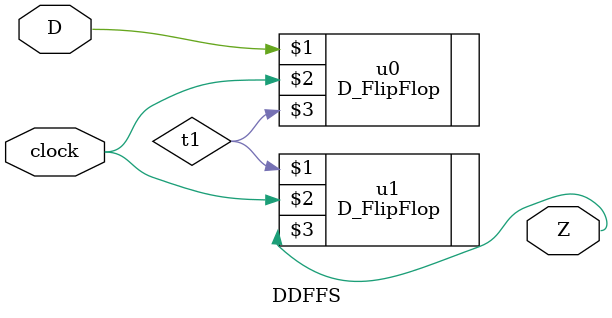
<source format=v>
`timescale 1ns / 1ps


module DDFFS(
    input wire D,
    input wire clock,
    output wire Z
    );
    wire t1;
    D_FlipFlop u0(D,clock,t1);
    D_FlipFlop u1(t1,clock,Z);
endmodule

</source>
